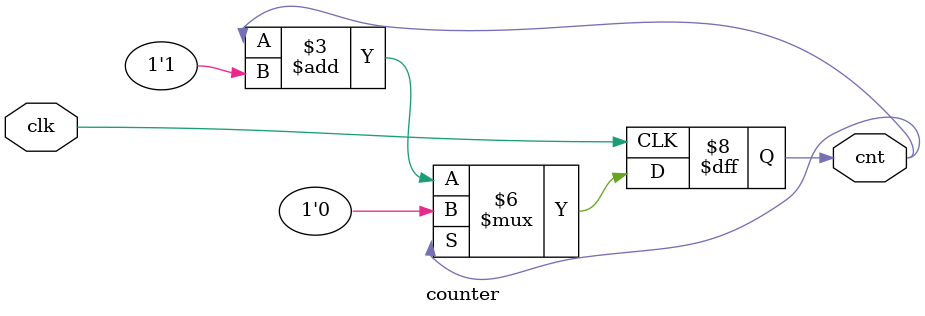
<source format=v>
module counter(clk,cnt);
    input clk;
    output reg cnt = 1'b0;
    always@(posedge clk) begin
        if(cnt == 1'b1)
            cnt <= 1'b0;
        else 
            cnt <= cnt + 1'b1;
    end
endmodule
</source>
